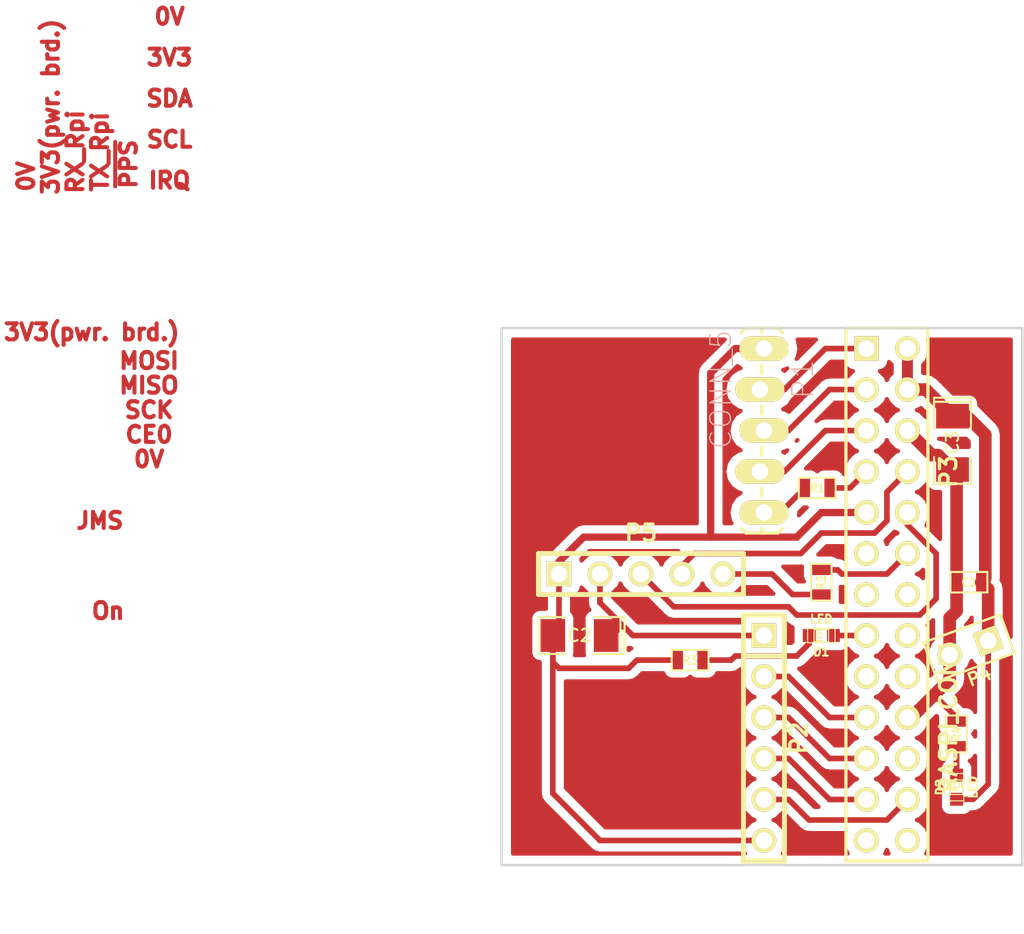
<source format=kicad_pcb>
(kicad_pcb (version 3) (host pcbnew "(2013-mar-13)-testing")

  (general
    (links 33)
    (no_connects 0)
    (area 133.154238 67.251 199.100343 126.460001)
    (thickness 1.6)
    (drawings 26)
    (tracks 112)
    (zones 0)
    (modules 14)
    (nets 30)
  )

  (page A4)
  (layers
    (15 F.Cu signal)
    (0 B.Cu signal)
    (16 B.Adhes user)
    (17 F.Adhes user)
    (18 B.Paste user)
    (19 F.Paste user)
    (20 B.SilkS user)
    (21 F.SilkS user)
    (22 B.Mask user)
    (23 F.Mask user)
    (24 Dwgs.User user)
    (25 Cmts.User user)
    (26 Eco1.User user)
    (27 Eco2.User user)
    (28 Edge.Cuts user)
  )

  (setup
    (last_trace_width 0.35)
    (user_trace_width 0.35)
    (user_trace_width 0.45)
    (user_trace_width 0.68)
    (user_trace_width 0.78)
    (trace_clearance 0.254)
    (zone_clearance 0.508)
    (zone_45_only yes)
    (trace_min 0.254)
    (segment_width 0.2)
    (edge_width 0.15)
    (via_size 0.889)
    (via_drill 0.635)
    (via_min_size 0.889)
    (via_min_drill 0.508)
    (uvia_size 0.508)
    (uvia_drill 0.127)
    (uvias_allowed no)
    (uvia_min_size 0.508)
    (uvia_min_drill 0.127)
    (pcb_text_width 0.3)
    (pcb_text_size 1 1)
    (mod_edge_width 0.15)
    (mod_text_size 1 1)
    (mod_text_width 0.15)
    (pad_size 1 1)
    (pad_drill 0.6)
    (pad_to_mask_clearance 0)
    (aux_axis_origin 166.624 120.904)
    (visible_elements FFFFFF7F)
    (pcbplotparams
      (layerselection 32768)
      (usegerberextensions false)
      (excludeedgelayer true)
      (linewidth 0.150000)
      (plotframeref false)
      (viasonmask false)
      (mode 1)
      (useauxorigin false)
      (hpglpennumber 1)
      (hpglpenspeed 20)
      (hpglpendiameter 15)
      (hpglpenoverlay 2)
      (psnegative false)
      (psa4output false)
      (plotreference true)
      (plotvalue true)
      (plotothertext true)
      (plotinvisibletext false)
      (padsonsilk false)
      (subtractmaskfromsilk false)
      (outputformat 5)
      (mirror false)
      (drillshape 2)
      (scaleselection 1)
      (outputdirectory ""))
  )

  (net 0 "")
  (net 1 /gnd)
  (net 2 N-000001)
  (net 3 N-0000010)
  (net 4 N-0000011)
  (net 5 N-0000012)
  (net 6 N-0000013)
  (net 7 N-0000014)
  (net 8 N-0000015)
  (net 9 N-0000016)
  (net 10 N-0000017)
  (net 11 N-0000018)
  (net 12 N-0000019)
  (net 13 N-000002)
  (net 14 N-0000020)
  (net 15 N-0000022)
  (net 16 N-0000023)
  (net 17 N-0000024)
  (net 18 N-0000025)
  (net 19 N-0000026)
  (net 20 N-0000027)
  (net 21 N-0000028)
  (net 22 N-0000029)
  (net 23 N-000003)
  (net 24 N-000004)
  (net 25 N-000005)
  (net 26 N-000006)
  (net 27 N-000007)
  (net 28 N-000008)
  (net 29 N-000009)

  (net_class Default "This is the default net class."
    (clearance 0.254)
    (trace_width 0.254)
    (via_dia 0.889)
    (via_drill 0.635)
    (uvia_dia 0.508)
    (uvia_drill 0.127)
    (add_net "")
    (add_net /gnd)
    (add_net N-000001)
    (add_net N-0000010)
    (add_net N-0000011)
    (add_net N-0000012)
    (add_net N-0000013)
    (add_net N-0000014)
    (add_net N-0000015)
    (add_net N-0000016)
    (add_net N-0000017)
    (add_net N-0000018)
    (add_net N-0000019)
    (add_net N-000002)
    (add_net N-0000020)
    (add_net N-0000022)
    (add_net N-0000023)
    (add_net N-0000024)
    (add_net N-0000025)
    (add_net N-0000026)
    (add_net N-0000027)
    (add_net N-0000028)
    (add_net N-0000029)
    (add_net N-000003)
    (add_net N-000004)
    (add_net N-000005)
    (add_net N-000006)
    (add_net N-000007)
    (add_net N-000008)
    (add_net N-000009)
  )

  (module SparkFun-1X05_LOCK_LONGPADS (layer F.Cu) (tedit 200000) (tstamp 5293C920)
    (at 182.88 88.9 270)
    (descr "THIS FOOTPRINT WAS DESIGNED TO HELP HOLD THE ALIGNMENT OF A THROUGH-HOLE COMPONENT (I.E.  6-PIN HEADER) WHILE SOLDERING IT INTO PLACE.")
    (tags "THIS FOOTPRINT WAS DESIGNED TO HELP HOLD THE ALIGNMENT OF A THROUGH-HOLE COMPONENT (I.E.  6-PIN HEADER) WHILE SOLDERING IT INTO PLACE.")
    (path /5293C3D9)
    (attr virtual)
    (fp_text reference P1 (at 1.905 -2.413 270) (layer B.SilkS)
      (effects (font (size 1.27 1.27) (thickness 0.0889)))
    )
    (fp_text value CONN_5 (at 2.54 2.667 270) (layer B.SilkS)
      (effects (font (size 1.27 1.27) (thickness 0.0889)))
    )
    (fp_line (start -0.2921 0.4191) (end 0.2921 0.4191) (layer F.SilkS) (width 0.06604))
    (fp_line (start 0.2921 0.4191) (end 0.2921 -0.1651) (layer F.SilkS) (width 0.06604))
    (fp_line (start -0.2921 -0.1651) (end 0.2921 -0.1651) (layer F.SilkS) (width 0.06604))
    (fp_line (start -0.2921 0.4191) (end -0.2921 -0.1651) (layer F.SilkS) (width 0.06604))
    (fp_line (start 2.2479 0.4191) (end 2.8321 0.4191) (layer F.SilkS) (width 0.06604))
    (fp_line (start 2.8321 0.4191) (end 2.8321 -0.1651) (layer F.SilkS) (width 0.06604))
    (fp_line (start 2.2479 -0.1651) (end 2.8321 -0.1651) (layer F.SilkS) (width 0.06604))
    (fp_line (start 2.2479 0.4191) (end 2.2479 -0.1651) (layer F.SilkS) (width 0.06604))
    (fp_line (start 4.7879 0.4191) (end 5.3721 0.4191) (layer F.SilkS) (width 0.06604))
    (fp_line (start 5.3721 0.4191) (end 5.3721 -0.1651) (layer F.SilkS) (width 0.06604))
    (fp_line (start 4.7879 -0.1651) (end 5.3721 -0.1651) (layer F.SilkS) (width 0.06604))
    (fp_line (start 4.7879 0.4191) (end 4.7879 -0.1651) (layer F.SilkS) (width 0.06604))
    (fp_line (start 7.3279 0.4191) (end 7.9121 0.4191) (layer F.SilkS) (width 0.06604))
    (fp_line (start 7.9121 0.4191) (end 7.9121 -0.1651) (layer F.SilkS) (width 0.06604))
    (fp_line (start 7.3279 -0.1651) (end 7.9121 -0.1651) (layer F.SilkS) (width 0.06604))
    (fp_line (start 7.3279 0.4191) (end 7.3279 -0.1651) (layer F.SilkS) (width 0.06604))
    (fp_line (start 9.8679 0.4191) (end 10.4521 0.4191) (layer F.SilkS) (width 0.06604))
    (fp_line (start 10.4521 0.4191) (end 10.4521 -0.1651) (layer F.SilkS) (width 0.06604))
    (fp_line (start 9.8679 -0.1651) (end 10.4521 -0.1651) (layer F.SilkS) (width 0.06604))
    (fp_line (start 9.8679 0.4191) (end 9.8679 -0.1651) (layer F.SilkS) (width 0.06604))
    (fp_line (start 1.524 0.127) (end 1.016 0.127) (layer F.SilkS) (width 0.2032))
    (fp_line (start 4.064 0.127) (end 3.556 0.127) (layer F.SilkS) (width 0.2032))
    (fp_line (start 6.604 0.127) (end 6.096 0.127) (layer F.SilkS) (width 0.2032))
    (fp_line (start 9.144 0.127) (end 8.636 0.127) (layer F.SilkS) (width 0.2032))
    (fp_line (start -1.27 0.127) (end -1.016 0.127) (layer F.SilkS) (width 0.2032))
    (fp_line (start -1.27 0.127) (end -1.27 -0.8636) (layer F.SilkS) (width 0.2032))
    (fp_line (start -1.27 -0.8636) (end -0.9906 -1.143) (layer F.SilkS) (width 0.2032))
    (fp_line (start -1.27 0.127) (end -1.27 1.1176) (layer F.SilkS) (width 0.2032))
    (fp_line (start -1.27 1.1176) (end -0.9906 1.397) (layer F.SilkS) (width 0.2032))
    (fp_line (start 11.43 0.127) (end 11.176 0.127) (layer F.SilkS) (width 0.2032))
    (fp_line (start 11.43 0.127) (end 11.43 1.1176) (layer F.SilkS) (width 0.2032))
    (fp_line (start 11.43 1.1176) (end 11.1506 1.397) (layer F.SilkS) (width 0.2032))
    (fp_line (start 11.43 0.127) (end 11.43 -0.8636) (layer F.SilkS) (width 0.2032))
    (fp_line (start 11.43 -0.8636) (end 11.1506 -1.143) (layer F.SilkS) (width 0.2032))
    (pad 1 thru_hole oval (at 0 0 270) (size 1.524 3.048) (drill 1.016)
      (layers *.Cu F.Paste F.SilkS F.Mask)
      (net 15 N-0000022)
    )
    (pad 2 thru_hole oval (at 2.54 0.254 270) (size 1.524 3.048) (drill 1.016)
      (layers *.Cu F.Paste F.SilkS F.Mask)
      (net 20 N-0000027)
    )
    (pad 3 thru_hole oval (at 5.08 0 270) (size 1.524 3.048) (drill 1.016)
      (layers *.Cu F.Paste F.SilkS F.Mask)
      (net 18 N-0000025)
    )
    (pad 4 thru_hole oval (at 7.62 0.254 270) (size 1.524 3.048) (drill 1.016)
      (layers *.Cu F.Paste F.SilkS F.Mask)
      (net 17 N-0000024)
    )
    (pad 5 thru_hole oval (at 10.16 0 270) (size 1.524 3.048) (drill 1.016)
      (layers *.Cu F.Paste F.SilkS F.Mask)
      (net 13 N-000002)
    )
  )

  (module pin_array_13x2 (layer F.Cu) (tedit 5031D825) (tstamp 5293C94F)
    (at 190.5 104.14 270)
    (descr "2 x 13 pins connector")
    (tags CONN)
    (path /5293BE6B)
    (fp_text reference P3 (at -7.62 -3.81 270) (layer F.SilkS)
      (effects (font (size 1.016 1.016) (thickness 0.2032)))
    )
    (fp_text value RASPI_CONN (at 7.62 -3.81 270) (layer F.SilkS)
      (effects (font (size 1.016 1.016) (thickness 0.2032)))
    )
    (fp_line (start -16.51 2.54) (end 16.51 2.54) (layer F.SilkS) (width 0.2032))
    (fp_line (start 16.51 -2.54) (end -16.51 -2.54) (layer F.SilkS) (width 0.2032))
    (fp_line (start -16.51 -2.54) (end -16.51 2.54) (layer F.SilkS) (width 0.2032))
    (fp_line (start 16.51 2.54) (end 16.51 -2.54) (layer F.SilkS) (width 0.2032))
    (pad 1 thru_hole rect (at -15.24 1.27 270) (size 1.524 1.524) (drill 1.016)
      (layers *.Cu *.Mask F.SilkS)
      (net 20 N-0000027)
    )
    (pad 2 thru_hole circle (at -15.24 -1.27 270) (size 1.524 1.524) (drill 1.016)
      (layers *.Cu *.Mask F.SilkS)
      (net 19 N-0000026)
    )
    (pad 3 thru_hole circle (at -12.7 1.27 270) (size 1.524 1.524) (drill 1.016)
      (layers *.Cu *.Mask F.SilkS)
      (net 18 N-0000025)
    )
    (pad 4 thru_hole circle (at -12.7 -1.27 270) (size 1.524 1.524) (drill 1.016)
      (layers *.Cu *.Mask F.SilkS)
      (net 19 N-0000026)
    )
    (pad 5 thru_hole circle (at -10.16 1.27 270) (size 1.524 1.524) (drill 1.016)
      (layers *.Cu *.Mask F.SilkS)
      (net 17 N-0000024)
    )
    (pad 6 thru_hole circle (at -10.16 -1.27 270) (size 1.524 1.524) (drill 1.016)
      (layers *.Cu *.Mask F.SilkS)
      (net 1 /gnd)
    )
    (pad 7 thru_hole circle (at -7.62 1.27 270) (size 1.524 1.524) (drill 1.016)
      (layers *.Cu *.Mask F.SilkS)
      (net 23 N-000003)
    )
    (pad 8 thru_hole circle (at -7.62 -1.27 270) (size 1.524 1.524) (drill 1.016)
      (layers *.Cu *.Mask F.SilkS)
      (net 16 N-0000023)
    )
    (pad 9 thru_hole circle (at -5.08 1.27 270) (size 1.524 1.524) (drill 1.016)
      (layers *.Cu *.Mask F.SilkS)
      (net 15 N-0000022)
    )
    (pad 10 thru_hole circle (at -5.08 -1.27 270) (size 1.524 1.524) (drill 1.016)
      (layers *.Cu *.Mask F.SilkS)
      (net 22 N-0000029)
    )
    (pad 11 thru_hole circle (at -2.54 1.27 270) (size 1.524 1.524) (drill 1.016)
      (layers *.Cu *.Mask F.SilkS)
      (net 14 N-0000020)
    )
    (pad 12 thru_hole circle (at -2.54 -1.27 270) (size 1.524 1.524) (drill 1.016)
      (layers *.Cu *.Mask F.SilkS)
      (net 24 N-000004)
    )
    (pad 13 thru_hole circle (at 0 1.27 270) (size 1.524 1.524) (drill 1.016)
      (layers *.Cu *.Mask F.SilkS)
      (net 10 N-0000017)
    )
    (pad 14 thru_hole circle (at 0 -1.27 270) (size 1.524 1.524) (drill 1.016)
      (layers *.Cu *.Mask F.SilkS)
      (net 8 N-0000015)
    )
    (pad 15 thru_hole circle (at 2.54 1.27 270) (size 1.524 1.524) (drill 1.016)
      (layers *.Cu *.Mask F.SilkS)
      (net 26 N-000006)
    )
    (pad 16 thru_hole circle (at 2.54 -1.27 270) (size 1.524 1.524) (drill 1.016)
      (layers *.Cu *.Mask F.SilkS)
      (net 6 N-0000013)
    )
    (pad 17 thru_hole circle (at 5.08 1.27 270) (size 1.524 1.524) (drill 1.016)
      (layers *.Cu *.Mask F.SilkS)
      (net 4 N-0000011)
    )
    (pad 18 thru_hole circle (at 5.08 -1.27 270) (size 1.524 1.524) (drill 1.016)
      (layers *.Cu *.Mask F.SilkS)
      (net 3 N-0000010)
    )
    (pad 19 thru_hole circle (at 7.62 1.27 270) (size 1.524 1.524) (drill 1.016)
      (layers *.Cu *.Mask F.SilkS)
      (net 29 N-000009)
    )
    (pad 20 thru_hole circle (at 7.62 -1.27 270) (size 1.524 1.524) (drill 1.016)
      (layers *.Cu *.Mask F.SilkS)
      (net 1 /gnd)
    )
    (pad 21 thru_hole circle (at 10.16 1.27 270) (size 1.524 1.524) (drill 1.016)
      (layers *.Cu *.Mask F.SilkS)
      (net 12 N-0000019)
    )
    (pad 22 thru_hole circle (at 10.16 -1.27 270) (size 1.524 1.524) (drill 1.016)
      (layers *.Cu *.Mask F.SilkS)
      (net 11 N-0000018)
    )
    (pad 23 thru_hole circle (at 12.7 1.27 270) (size 1.524 1.524) (drill 1.016)
      (layers *.Cu *.Mask F.SilkS)
      (net 9 N-0000016)
    )
    (pad 24 thru_hole circle (at 12.7 -1.27 270) (size 1.524 1.524) (drill 1.016)
      (layers *.Cu *.Mask F.SilkS)
      (net 2 N-000001)
    )
    (pad 25 thru_hole circle (at 15.24 1.27 270) (size 1.524 1.524) (drill 1.016)
      (layers *.Cu *.Mask F.SilkS)
      (net 7 N-0000014)
    )
    (pad 26 thru_hole circle (at 15.24 -1.27 270) (size 1.524 1.524) (drill 1.016)
      (layers *.Cu *.Mask F.SilkS)
      (net 5 N-0000012)
    )
    (model pin_array/pins_array_13x2.wrl
      (at (xyz 0 0 0))
      (scale (xyz 1 1 1))
      (rotate (xyz 0 0 0))
    )
  )

  (module PIN_ARRAY_2X1 (layer F.Cu) (tedit 4565C520) (tstamp 5293C959)
    (at 195.58 107.442 200)
    (descr "Connecteurs 2 pins")
    (tags "CONN DEV")
    (path /5293B202)
    (fp_text reference P4 (at 0 -1.905 200) (layer F.SilkS)
      (effects (font (size 0.762 0.762) (thickness 0.1524)))
    )
    (fp_text value CONN_2 (at 0 -1.905 200) (layer F.SilkS) hide
      (effects (font (size 0.762 0.762) (thickness 0.1524)))
    )
    (fp_line (start -2.54 1.27) (end -2.54 -1.27) (layer F.SilkS) (width 0.1524))
    (fp_line (start -2.54 -1.27) (end 2.54 -1.27) (layer F.SilkS) (width 0.1524))
    (fp_line (start 2.54 -1.27) (end 2.54 1.27) (layer F.SilkS) (width 0.1524))
    (fp_line (start 2.54 1.27) (end -2.54 1.27) (layer F.SilkS) (width 0.1524))
    (pad 1 thru_hole rect (at -1.27 0 200) (size 1.524 1.524) (drill 1.016)
      (layers *.Cu *.Mask F.SilkS)
      (net 19 N-0000026)
    )
    (pad 2 thru_hole circle (at 1.27 0 200) (size 1.524 1.524) (drill 1.016)
      (layers *.Cu *.Mask F.SilkS)
      (net 1 /gnd)
    )
    (model pin_array/pins_array_2x1.wrl
      (at (xyz 0 0 0))
      (scale (xyz 1 1 1))
      (rotate (xyz 0 0 0))
    )
  )

  (module PIN_ARRAY_5x1 (layer F.Cu) (tedit 45976D86) (tstamp 5293C966)
    (at 175.26 102.87)
    (descr "Double rangee de contacts 2 x 5 pins")
    (tags CONN)
    (path /5293C5B2)
    (fp_text reference P5 (at 0 -2.54) (layer F.SilkS)
      (effects (font (size 1.016 1.016) (thickness 0.2032)))
    )
    (fp_text value CONN_5 (at 0 2.54) (layer F.SilkS) hide
      (effects (font (size 1.016 1.016) (thickness 0.2032)))
    )
    (fp_line (start -6.35 -1.27) (end -6.35 1.27) (layer F.SilkS) (width 0.3048))
    (fp_line (start 6.35 1.27) (end 6.35 -1.27) (layer F.SilkS) (width 0.3048))
    (fp_line (start -6.35 -1.27) (end 6.35 -1.27) (layer F.SilkS) (width 0.3048))
    (fp_line (start 6.35 1.27) (end -6.35 1.27) (layer F.SilkS) (width 0.3048))
    (pad 1 thru_hole rect (at -5.08 0) (size 1.524 1.524) (drill 1.016)
      (layers *.Cu *.Mask F.SilkS)
      (net 15 N-0000022)
    )
    (pad 2 thru_hole circle (at -2.54 0) (size 1.524 1.524) (drill 1.016)
      (layers *.Cu *.Mask F.SilkS)
      (net 28 N-000008)
    )
    (pad 3 thru_hole circle (at 0 0) (size 1.524 1.524) (drill 1.016)
      (layers *.Cu *.Mask F.SilkS)
      (net 22 N-0000029)
    )
    (pad 4 thru_hole circle (at 2.54 0) (size 1.524 1.524) (drill 1.016)
      (layers *.Cu *.Mask F.SilkS)
      (net 16 N-0000023)
    )
    (pad 5 thru_hole circle (at 5.08 0) (size 1.524 1.524) (drill 1.016)
      (layers *.Cu *.Mask F.SilkS)
      (net 21 N-0000028)
    )
    (model pin_array/pins_array_5x1.wrl
      (at (xyz 0 0 0))
      (scale (xyz 1 1 1))
      (rotate (xyz 0 0 0))
    )
  )

  (module SM0603 (layer F.Cu) (tedit 4E43A3D1) (tstamp 52BC5FA1)
    (at 186.182 97.536)
    (path /52BC5E4A)
    (attr smd)
    (fp_text reference R1 (at 0 0) (layer F.SilkS)
      (effects (font (size 0.508 0.4572) (thickness 0.1143)))
    )
    (fp_text value R (at 0 0) (layer F.SilkS) hide
      (effects (font (size 0.508 0.4572) (thickness 0.1143)))
    )
    (fp_line (start -1.143 -0.635) (end 1.143 -0.635) (layer F.SilkS) (width 0.127))
    (fp_line (start 1.143 -0.635) (end 1.143 0.635) (layer F.SilkS) (width 0.127))
    (fp_line (start 1.143 0.635) (end -1.143 0.635) (layer F.SilkS) (width 0.127))
    (fp_line (start -1.143 0.635) (end -1.143 -0.635) (layer F.SilkS) (width 0.127))
    (pad 1 smd rect (at -0.762 0) (size 0.635 1.143)
      (layers F.Cu F.Paste F.Mask)
      (net 13 N-000002)
    )
    (pad 2 smd rect (at 0.762 0) (size 0.635 1.143)
      (layers F.Cu F.Paste F.Mask)
      (net 23 N-000003)
    )
    (model smd\resistors\R0603.wrl
      (at (xyz 0 0 0.001))
      (scale (xyz 0.5 0.5 0.5))
      (rotate (xyz 0 0 0))
    )
  )

  (module SM0603 (layer F.Cu) (tedit 4E43A3D1) (tstamp 52BC5FAB)
    (at 186.436 103.378 270)
    (path /52BC5DB6)
    (attr smd)
    (fp_text reference R2 (at 0 0 270) (layer F.SilkS)
      (effects (font (size 0.508 0.4572) (thickness 0.1143)))
    )
    (fp_text value R (at 0 0 270) (layer F.SilkS) hide
      (effects (font (size 0.508 0.4572) (thickness 0.1143)))
    )
    (fp_line (start -1.143 -0.635) (end 1.143 -0.635) (layer F.SilkS) (width 0.127))
    (fp_line (start 1.143 -0.635) (end 1.143 0.635) (layer F.SilkS) (width 0.127))
    (fp_line (start 1.143 0.635) (end -1.143 0.635) (layer F.SilkS) (width 0.127))
    (fp_line (start -1.143 0.635) (end -1.143 -0.635) (layer F.SilkS) (width 0.127))
    (pad 1 smd rect (at -0.762 0 270) (size 0.635 1.143)
      (layers F.Cu F.Paste F.Mask)
      (net 24 N-000004)
    )
    (pad 2 smd rect (at 0.762 0 270) (size 0.635 1.143)
      (layers F.Cu F.Paste F.Mask)
      (net 21 N-0000028)
    )
    (model smd\resistors\R0603.wrl
      (at (xyz 0 0 0.001))
      (scale (xyz 0.5 0.5 0.5))
      (rotate (xyz 0 0 0))
    )
  )

  (module PIN_ARRAY-6X1 (layer F.Cu) (tedit 41402119) (tstamp 52BC699E)
    (at 182.88 113.03 270)
    (descr "Connecteur 6 pins")
    (tags "CONN DEV")
    (path /52BC68DE)
    (fp_text reference P2 (at 0 -2.159 270) (layer F.SilkS)
      (effects (font (size 1.016 1.016) (thickness 0.2032)))
    )
    (fp_text value CONN_6 (at 0 2.159 270) (layer F.SilkS) hide
      (effects (font (size 1.016 0.889) (thickness 0.2032)))
    )
    (fp_line (start -7.62 1.27) (end -7.62 -1.27) (layer F.SilkS) (width 0.3048))
    (fp_line (start -7.62 -1.27) (end 7.62 -1.27) (layer F.SilkS) (width 0.3048))
    (fp_line (start 7.62 -1.27) (end 7.62 1.27) (layer F.SilkS) (width 0.3048))
    (fp_line (start 7.62 1.27) (end -7.62 1.27) (layer F.SilkS) (width 0.3048))
    (fp_line (start -5.08 1.27) (end -5.08 -1.27) (layer F.SilkS) (width 0.3048))
    (pad 1 thru_hole rect (at -6.35 0 270) (size 1.524 1.524) (drill 1.016)
      (layers *.Cu *.Mask F.SilkS)
      (net 28 N-000008)
    )
    (pad 2 thru_hole circle (at -3.81 0 270) (size 1.524 1.524) (drill 1.016)
      (layers *.Cu *.Mask F.SilkS)
      (net 29 N-000009)
    )
    (pad 3 thru_hole circle (at -1.27 0 270) (size 1.524 1.524) (drill 1.016)
      (layers *.Cu *.Mask F.SilkS)
      (net 12 N-0000019)
    )
    (pad 4 thru_hole circle (at 1.27 0 270) (size 1.524 1.524) (drill 1.016)
      (layers *.Cu *.Mask F.SilkS)
      (net 9 N-0000016)
    )
    (pad 5 thru_hole circle (at 3.81 0 270) (size 1.524 1.524) (drill 1.016)
      (layers *.Cu *.Mask F.SilkS)
      (net 2 N-000001)
    )
    (pad 6 thru_hole circle (at 6.35 0 270) (size 1.524 1.524) (drill 1.016)
      (layers *.Cu *.Mask F.SilkS)
      (net 15 N-0000022)
    )
    (model pin_array/pins_array_6x1.wrl
      (at (xyz 0 0 0))
      (scale (xyz 1 1 1))
      (rotate (xyz 0 0 0))
    )
  )

  (module SM0603 (layer F.Cu) (tedit 4E43A3D1) (tstamp 52BC6B81)
    (at 195.58 103.378 180)
    (path /52BC6AF9)
    (attr smd)
    (fp_text reference C1 (at 0 0 180) (layer F.SilkS)
      (effects (font (size 0.508 0.4572) (thickness 0.1143)))
    )
    (fp_text value C (at 0 0 180) (layer F.SilkS) hide
      (effects (font (size 0.508 0.4572) (thickness 0.1143)))
    )
    (fp_line (start -1.143 -0.635) (end 1.143 -0.635) (layer F.SilkS) (width 0.127))
    (fp_line (start 1.143 -0.635) (end 1.143 0.635) (layer F.SilkS) (width 0.127))
    (fp_line (start 1.143 0.635) (end -1.143 0.635) (layer F.SilkS) (width 0.127))
    (fp_line (start -1.143 0.635) (end -1.143 -0.635) (layer F.SilkS) (width 0.127))
    (pad 1 smd rect (at -0.762 0 180) (size 0.635 1.143)
      (layers F.Cu F.Paste F.Mask)
      (net 19 N-0000026)
    )
    (pad 2 smd rect (at 0.762 0 180) (size 0.635 1.143)
      (layers F.Cu F.Paste F.Mask)
      (net 1 /gnd)
    )
    (model smd\resistors\R0603.wrl
      (at (xyz 0 0 0.001))
      (scale (xyz 0.5 0.5 0.5))
      (rotate (xyz 0 0 0))
    )
  )

  (module SM1206POL (layer F.Cu) (tedit 42806E4C) (tstamp 52BC6B90)
    (at 171.45 106.68 180)
    (path /52BC6AEC)
    (attr smd)
    (fp_text reference C2 (at 0 0 180) (layer F.SilkS)
      (effects (font (size 0.762 0.762) (thickness 0.127)))
    )
    (fp_text value C (at 0 0 180) (layer F.SilkS) hide
      (effects (font (size 0.762 0.762) (thickness 0.127)))
    )
    (fp_line (start -2.54 -1.143) (end -2.794 -1.143) (layer F.SilkS) (width 0.127))
    (fp_line (start -2.794 -1.143) (end -2.794 1.143) (layer F.SilkS) (width 0.127))
    (fp_line (start -2.794 1.143) (end -2.54 1.143) (layer F.SilkS) (width 0.127))
    (fp_line (start -2.54 -1.143) (end -2.54 1.143) (layer F.SilkS) (width 0.127))
    (fp_line (start -2.54 1.143) (end -0.889 1.143) (layer F.SilkS) (width 0.127))
    (fp_line (start 0.889 -1.143) (end 2.54 -1.143) (layer F.SilkS) (width 0.127))
    (fp_line (start 2.54 -1.143) (end 2.54 1.143) (layer F.SilkS) (width 0.127))
    (fp_line (start 2.54 1.143) (end 0.889 1.143) (layer F.SilkS) (width 0.127))
    (fp_line (start -0.889 -1.143) (end -2.54 -1.143) (layer F.SilkS) (width 0.127))
    (pad 1 smd rect (at -1.651 0 180) (size 1.524 2.032)
      (layers F.Cu F.Paste F.Mask)
      (net 28 N-000008)
    )
    (pad 2 smd rect (at 1.651 0 180) (size 1.524 2.032)
      (layers F.Cu F.Paste F.Mask)
      (net 15 N-0000022)
    )
    (model smd/chip_cms_pol.wrl
      (at (xyz 0 0 0))
      (scale (xyz 0.17 0.16 0.16))
      (rotate (xyz 0 0 0))
    )
  )

  (module SM1206POL (layer F.Cu) (tedit 42806E4C) (tstamp 52BC6B9F)
    (at 194.564 94.742 270)
    (path /52BC6AFF)
    (attr smd)
    (fp_text reference C3 (at 0 0 270) (layer F.SilkS)
      (effects (font (size 0.762 0.762) (thickness 0.127)))
    )
    (fp_text value C (at 0 0 270) (layer F.SilkS) hide
      (effects (font (size 0.762 0.762) (thickness 0.127)))
    )
    (fp_line (start -2.54 -1.143) (end -2.794 -1.143) (layer F.SilkS) (width 0.127))
    (fp_line (start -2.794 -1.143) (end -2.794 1.143) (layer F.SilkS) (width 0.127))
    (fp_line (start -2.794 1.143) (end -2.54 1.143) (layer F.SilkS) (width 0.127))
    (fp_line (start -2.54 -1.143) (end -2.54 1.143) (layer F.SilkS) (width 0.127))
    (fp_line (start -2.54 1.143) (end -0.889 1.143) (layer F.SilkS) (width 0.127))
    (fp_line (start 0.889 -1.143) (end 2.54 -1.143) (layer F.SilkS) (width 0.127))
    (fp_line (start 2.54 -1.143) (end 2.54 1.143) (layer F.SilkS) (width 0.127))
    (fp_line (start 2.54 1.143) (end 0.889 1.143) (layer F.SilkS) (width 0.127))
    (fp_line (start -0.889 -1.143) (end -2.54 -1.143) (layer F.SilkS) (width 0.127))
    (pad 1 smd rect (at -1.651 0 270) (size 1.524 2.032)
      (layers F.Cu F.Paste F.Mask)
      (net 19 N-0000026)
    )
    (pad 2 smd rect (at 1.651 0 270) (size 1.524 2.032)
      (layers F.Cu F.Paste F.Mask)
      (net 1 /gnd)
    )
    (model smd/chip_cms_pol.wrl
      (at (xyz 0 0 0))
      (scale (xyz 0.17 0.16 0.16))
      (rotate (xyz 0 0 0))
    )
  )

  (module LED-0603 (layer F.Cu) (tedit 4E16AFB4) (tstamp 52BC71CE)
    (at 186.436 106.68 180)
    (descr "LED 0603 smd package")
    (tags "LED led 0603 SMD smd SMT smt smdled SMDLED smtled SMTLED")
    (path /52BC6FC3)
    (attr smd)
    (fp_text reference D1 (at 0 -1.016 180) (layer F.SilkS)
      (effects (font (size 0.508 0.508) (thickness 0.127)))
    )
    (fp_text value LED (at 0 1.016 180) (layer F.SilkS)
      (effects (font (size 0.508 0.508) (thickness 0.127)))
    )
    (fp_line (start 0.44958 -0.44958) (end 0.44958 0.44958) (layer F.SilkS) (width 0.06604))
    (fp_line (start 0.44958 0.44958) (end 0.84836 0.44958) (layer F.SilkS) (width 0.06604))
    (fp_line (start 0.84836 -0.44958) (end 0.84836 0.44958) (layer F.SilkS) (width 0.06604))
    (fp_line (start 0.44958 -0.44958) (end 0.84836 -0.44958) (layer F.SilkS) (width 0.06604))
    (fp_line (start -0.84836 -0.44958) (end -0.84836 0.44958) (layer F.SilkS) (width 0.06604))
    (fp_line (start -0.84836 0.44958) (end -0.44958 0.44958) (layer F.SilkS) (width 0.06604))
    (fp_line (start -0.44958 -0.44958) (end -0.44958 0.44958) (layer F.SilkS) (width 0.06604))
    (fp_line (start -0.84836 -0.44958) (end -0.44958 -0.44958) (layer F.SilkS) (width 0.06604))
    (fp_line (start 0 -0.44958) (end 0 -0.29972) (layer F.SilkS) (width 0.06604))
    (fp_line (start 0 -0.29972) (end 0.29972 -0.29972) (layer F.SilkS) (width 0.06604))
    (fp_line (start 0.29972 -0.44958) (end 0.29972 -0.29972) (layer F.SilkS) (width 0.06604))
    (fp_line (start 0 -0.44958) (end 0.29972 -0.44958) (layer F.SilkS) (width 0.06604))
    (fp_line (start 0 0.29972) (end 0 0.44958) (layer F.SilkS) (width 0.06604))
    (fp_line (start 0 0.44958) (end 0.29972 0.44958) (layer F.SilkS) (width 0.06604))
    (fp_line (start 0.29972 0.29972) (end 0.29972 0.44958) (layer F.SilkS) (width 0.06604))
    (fp_line (start 0 0.29972) (end 0.29972 0.29972) (layer F.SilkS) (width 0.06604))
    (fp_line (start 0 -0.14986) (end 0 0.14986) (layer F.SilkS) (width 0.06604))
    (fp_line (start 0 0.14986) (end 0.29972 0.14986) (layer F.SilkS) (width 0.06604))
    (fp_line (start 0.29972 -0.14986) (end 0.29972 0.14986) (layer F.SilkS) (width 0.06604))
    (fp_line (start 0 -0.14986) (end 0.29972 -0.14986) (layer F.SilkS) (width 0.06604))
    (fp_line (start 0.44958 -0.39878) (end -0.44958 -0.39878) (layer F.SilkS) (width 0.1016))
    (fp_line (start 0.44958 0.39878) (end -0.44958 0.39878) (layer F.SilkS) (width 0.1016))
    (pad 1 smd rect (at -0.7493 0 180) (size 0.79756 0.79756)
      (layers F.Cu F.Paste F.Mask)
      (net 26 N-000006)
    )
    (pad 2 smd rect (at 0.7493 0 180) (size 0.79756 0.79756)
      (layers F.Cu F.Paste F.Mask)
      (net 25 N-000005)
    )
  )

  (module LED-0603 (layer F.Cu) (tedit 4E16AFB4) (tstamp 52BC71EA)
    (at 194.818 116.078 90)
    (descr "LED 0603 smd package")
    (tags "LED led 0603 SMD smd SMT smt smdled SMDLED smtled SMTLED")
    (path /52BC6F76)
    (attr smd)
    (fp_text reference D2 (at 0 -1.016 90) (layer F.SilkS)
      (effects (font (size 0.508 0.508) (thickness 0.127)))
    )
    (fp_text value LED (at 0 1.016 90) (layer F.SilkS)
      (effects (font (size 0.508 0.508) (thickness 0.127)))
    )
    (fp_line (start 0.44958 -0.44958) (end 0.44958 0.44958) (layer F.SilkS) (width 0.06604))
    (fp_line (start 0.44958 0.44958) (end 0.84836 0.44958) (layer F.SilkS) (width 0.06604))
    (fp_line (start 0.84836 -0.44958) (end 0.84836 0.44958) (layer F.SilkS) (width 0.06604))
    (fp_line (start 0.44958 -0.44958) (end 0.84836 -0.44958) (layer F.SilkS) (width 0.06604))
    (fp_line (start -0.84836 -0.44958) (end -0.84836 0.44958) (layer F.SilkS) (width 0.06604))
    (fp_line (start -0.84836 0.44958) (end -0.44958 0.44958) (layer F.SilkS) (width 0.06604))
    (fp_line (start -0.44958 -0.44958) (end -0.44958 0.44958) (layer F.SilkS) (width 0.06604))
    (fp_line (start -0.84836 -0.44958) (end -0.44958 -0.44958) (layer F.SilkS) (width 0.06604))
    (fp_line (start 0 -0.44958) (end 0 -0.29972) (layer F.SilkS) (width 0.06604))
    (fp_line (start 0 -0.29972) (end 0.29972 -0.29972) (layer F.SilkS) (width 0.06604))
    (fp_line (start 0.29972 -0.44958) (end 0.29972 -0.29972) (layer F.SilkS) (width 0.06604))
    (fp_line (start 0 -0.44958) (end 0.29972 -0.44958) (layer F.SilkS) (width 0.06604))
    (fp_line (start 0 0.29972) (end 0 0.44958) (layer F.SilkS) (width 0.06604))
    (fp_line (start 0 0.44958) (end 0.29972 0.44958) (layer F.SilkS) (width 0.06604))
    (fp_line (start 0.29972 0.29972) (end 0.29972 0.44958) (layer F.SilkS) (width 0.06604))
    (fp_line (start 0 0.29972) (end 0.29972 0.29972) (layer F.SilkS) (width 0.06604))
    (fp_line (start 0 -0.14986) (end 0 0.14986) (layer F.SilkS) (width 0.06604))
    (fp_line (start 0 0.14986) (end 0.29972 0.14986) (layer F.SilkS) (width 0.06604))
    (fp_line (start 0.29972 -0.14986) (end 0.29972 0.14986) (layer F.SilkS) (width 0.06604))
    (fp_line (start 0 -0.14986) (end 0.29972 -0.14986) (layer F.SilkS) (width 0.06604))
    (fp_line (start 0.44958 -0.39878) (end -0.44958 -0.39878) (layer F.SilkS) (width 0.1016))
    (fp_line (start 0.44958 0.39878) (end -0.44958 0.39878) (layer F.SilkS) (width 0.1016))
    (pad 1 smd rect (at -0.7493 0 90) (size 0.79756 0.79756)
      (layers F.Cu F.Paste F.Mask)
      (net 19 N-0000026)
    )
    (pad 2 smd rect (at 0.7493 0 90) (size 0.79756 0.79756)
      (layers F.Cu F.Paste F.Mask)
      (net 27 N-000007)
    )
  )

  (module SM0603 (layer F.Cu) (tedit 4E43A3D1) (tstamp 52BC71F4)
    (at 178.308 108.204)
    (path /52BC6FC9)
    (attr smd)
    (fp_text reference R3 (at 0 0) (layer F.SilkS)
      (effects (font (size 0.508 0.4572) (thickness 0.1143)))
    )
    (fp_text value R (at 0 0) (layer F.SilkS) hide
      (effects (font (size 0.508 0.4572) (thickness 0.1143)))
    )
    (fp_line (start -1.143 -0.635) (end 1.143 -0.635) (layer F.SilkS) (width 0.127))
    (fp_line (start 1.143 -0.635) (end 1.143 0.635) (layer F.SilkS) (width 0.127))
    (fp_line (start 1.143 0.635) (end -1.143 0.635) (layer F.SilkS) (width 0.127))
    (fp_line (start -1.143 0.635) (end -1.143 -0.635) (layer F.SilkS) (width 0.127))
    (pad 1 smd rect (at -0.762 0) (size 0.635 1.143)
      (layers F.Cu F.Paste F.Mask)
      (net 15 N-0000022)
    )
    (pad 2 smd rect (at 0.762 0) (size 0.635 1.143)
      (layers F.Cu F.Paste F.Mask)
      (net 25 N-000005)
    )
    (model smd\resistors\R0603.wrl
      (at (xyz 0 0 0.001))
      (scale (xyz 0.5 0.5 0.5))
      (rotate (xyz 0 0 0))
    )
  )

  (module SM0603 (layer F.Cu) (tedit 4E43A3D1) (tstamp 52BC71FE)
    (at 194.818 112.776 90)
    (path /52BC6F87)
    (attr smd)
    (fp_text reference R4 (at 0 0 90) (layer F.SilkS)
      (effects (font (size 0.508 0.4572) (thickness 0.1143)))
    )
    (fp_text value R (at 0 0 90) (layer F.SilkS) hide
      (effects (font (size 0.508 0.4572) (thickness 0.1143)))
    )
    (fp_line (start -1.143 -0.635) (end 1.143 -0.635) (layer F.SilkS) (width 0.127))
    (fp_line (start 1.143 -0.635) (end 1.143 0.635) (layer F.SilkS) (width 0.127))
    (fp_line (start 1.143 0.635) (end -1.143 0.635) (layer F.SilkS) (width 0.127))
    (fp_line (start -1.143 0.635) (end -1.143 -0.635) (layer F.SilkS) (width 0.127))
    (pad 1 smd rect (at -0.762 0 90) (size 0.635 1.143)
      (layers F.Cu F.Paste F.Mask)
      (net 27 N-000007)
    )
    (pad 2 smd rect (at 0.762 0 90) (size 0.635 1.143)
      (layers F.Cu F.Paste F.Mask)
      (net 1 /gnd)
    )
    (model smd\resistors\R0603.wrl
      (at (xyz 0 0 0.001))
      (scale (xyz 0.5 0.5 0.5))
      (rotate (xyz 0 0 0))
    )
  )

  (gr_text JMS (at 141.732 99.568) (layer F.Cu)
    (effects (font (size 1 1) (thickness 0.25)))
  )
  (gr_text On (at 142.24 105.156) (layer F.Cu)
    (effects (font (size 1 1) (thickness 0.25)))
  )
  (gr_text "3V3(pwr. brd.)" (at 138.684 73.914 90) (layer F.Cu)
    (effects (font (size 1 1) (thickness 0.25)))
  )
  (gr_text "3V3(pwr. brd.)" (at 141.224 87.884) (layer F.Cu)
    (effects (font (size 1 1) (thickness 0.25)))
  )
  (gr_text MOSI (at 144.78 89.662) (layer F.Cu)
    (effects (font (size 1 1) (thickness 0.25)))
  )
  (gr_text MISO (at 144.78 91.186) (layer F.Cu)
    (effects (font (size 1 1) (thickness 0.25)))
  )
  (gr_text SCK (at 144.78 92.71) (layer F.Cu)
    (effects (font (size 1 1) (thickness 0.25)))
  )
  (gr_text "CE0\n" (at 144.78 94.234) (layer F.Cu)
    (effects (font (size 1 1) (thickness 0.25)))
  )
  (gr_text 0V (at 144.78 95.758) (layer F.Cu)
    (effects (font (size 1 1) (thickness 0.25)))
  )
  (gr_text ~PPS (at 143.51 77.47 90) (layer F.Cu) (tstamp 52BC72EF)
    (effects (font (size 1 1) (thickness 0.25)))
  )
  (gr_text TX_Rpi (at 141.732 76.708 90) (layer F.Cu)
    (effects (font (size 1 1) (thickness 0.25)))
  )
  (gr_text RX_Rpi (at 140.208 76.708 90) (layer F.Cu)
    (effects (font (size 1 1) (thickness 0.25)))
  )
  (gr_text 0V (at 137.16 78.232 90) (layer F.Cu)
    (effects (font (size 1 1) (thickness 0.25)))
  )
  (gr_text IRQ (at 146.05 78.486) (layer F.Cu)
    (effects (font (size 1 1) (thickness 0.25)))
  )
  (gr_text SCL (at 146.05 75.946) (layer F.Cu)
    (effects (font (size 1 1) (thickness 0.25)))
  )
  (gr_text SDA (at 146.05 73.406) (layer F.Cu)
    (effects (font (size 1 1) (thickness 0.25)))
  )
  (gr_text 0V (at 146.05 68.326) (layer F.Cu)
    (effects (font (size 1 1) (thickness 0.25)))
  )
  (gr_text 3V3 (at 146.05 70.866) (layer F.Cu)
    (effects (font (size 1 1) (thickness 0.25)))
  )
  (dimension 33.274 (width 0.25) (layer Dwgs.User)
    (gr_text "33,274 mm" (at 158.004 104.267 90) (layer Dwgs.User)
      (effects (font (size 1 1) (thickness 0.25)))
    )
    (feature1 (pts (xy 166.624 87.63) (xy 157.004 87.63)))
    (feature2 (pts (xy 166.624 120.904) (xy 157.004 120.904)))
    (crossbar (pts (xy 159.004 120.904) (xy 159.004 87.63)))
    (arrow1a (pts (xy 159.004 87.63) (xy 159.590421 88.756504)))
    (arrow1b (pts (xy 159.004 87.63) (xy 158.417579 88.756504)))
    (arrow2a (pts (xy 159.004 120.904) (xy 159.590421 119.777496)))
    (arrow2b (pts (xy 159.004 120.904) (xy 158.417579 119.777496)))
  )
  (dimension 32.258 (width 0.25) (layer Dwgs.User)
    (gr_text "32,258 mm" (at 182.753 125.46) (layer Dwgs.User)
      (effects (font (size 1 1) (thickness 0.25)))
    )
    (feature1 (pts (xy 166.624 120.904) (xy 166.624 126.46)))
    (feature2 (pts (xy 198.882 120.904) (xy 198.882 126.46)))
    (crossbar (pts (xy 198.882 124.46) (xy 166.624 124.46)))
    (arrow1a (pts (xy 166.624 124.46) (xy 167.750504 123.873579)))
    (arrow1b (pts (xy 166.624 124.46) (xy 167.750504 125.046421)))
    (arrow2a (pts (xy 198.882 124.46) (xy 197.755496 123.873579)))
    (arrow2b (pts (xy 198.882 124.46) (xy 197.755496 125.046421)))
  )
  (gr_line (start 198.882 87.63) (end 192.786 87.63) (angle 90) (layer Edge.Cuts) (width 0.15))
  (gr_line (start 198.882 120.904) (end 198.882 87.63) (angle 90) (layer Edge.Cuts) (width 0.15))
  (gr_line (start 197.358 120.904) (end 198.882 120.904) (angle 90) (layer Edge.Cuts) (width 0.15))
  (gr_line (start 166.624 120.904) (end 197.358 120.904) (angle 90) (layer Edge.Cuts) (width 0.15))
  (gr_line (start 166.624 87.63) (end 166.624 120.904) (angle 90) (layer Edge.Cuts) (width 0.15))
  (gr_line (start 192.786 87.63) (end 166.624 87.63) (angle 90) (layer Edge.Cuts) (width 0.15))

  (segment (start 194.818 112.014) (end 194.818 111.76) (width 0.35) (layer F.Cu) (net 1))
  (segment (start 194.818 111.76) (end 193.421 110.363) (width 0.35) (layer F.Cu) (net 1) (tstamp 52BC728A))
  (segment (start 191.77 111.76) (end 192.024 111.76) (width 0.78) (layer F.Cu) (net 1))
  (segment (start 194.38659 109.39741) (end 194.38659 107.876366) (width 0.78) (layer F.Cu) (net 1) (tstamp 52BC6D38))
  (segment (start 192.024 111.76) (end 193.421 110.363) (width 0.78) (layer F.Cu) (net 1) (tstamp 52BC6D37))
  (segment (start 193.421 110.363) (end 194.38659 109.39741) (width 0.78) (layer F.Cu) (net 1) (tstamp 52BC728D))
  (segment (start 194.564 96.393) (end 194.564 96.774) (width 0.78) (layer F.Cu) (net 1))
  (segment (start 194.818 97.028) (end 194.818 103.378) (width 0.78) (layer F.Cu) (net 1) (tstamp 52BC6C8D))
  (segment (start 194.564 96.774) (end 194.818 97.028) (width 0.78) (layer F.Cu) (net 1) (tstamp 52BC6C8C))
  (segment (start 191.77 93.98) (end 193.294 95.504) (width 0.78) (layer F.Cu) (net 1))
  (segment (start 193.675 95.504) (end 194.564 96.393) (width 0.78) (layer F.Cu) (net 1) (tstamp 52BC6C89))
  (segment (start 193.294 95.504) (end 193.675 95.504) (width 0.78) (layer F.Cu) (net 1) (tstamp 52BC6C88))
  (segment (start 194.38659 107.876366) (end 194.38659 105.58741) (width 0.78) (layer F.Cu) (net 1))
  (segment (start 194.38659 105.58741) (end 194.818 105.156) (width 0.78) (layer F.Cu) (net 1) (tstamp 52BC6C68))
  (segment (start 194.818 105.156) (end 194.818 103.378) (width 0.78) (layer F.Cu) (net 1) (tstamp 52BC6C69))
  (segment (start 185.42 117.856) (end 185.674 118.11) (width 0.35) (layer F.Cu) (net 2))
  (segment (start 184.404 116.84) (end 185.42 117.856) (width 0.35) (layer F.Cu) (net 2) (tstamp 5293CAAA))
  (segment (start 182.88 116.84) (end 184.404 116.84) (width 0.35) (layer F.Cu) (net 2))
  (segment (start 190.5 118.11) (end 191.77 116.84) (width 0.35) (layer F.Cu) (net 2) (tstamp 5293CAAF))
  (segment (start 185.674 118.11) (end 190.5 118.11) (width 0.35) (layer F.Cu) (net 2) (tstamp 5293CAAE))
  (segment (start 182.88 114.3) (end 184.404 114.3) (width 0.35) (layer F.Cu) (net 9))
  (segment (start 186.944 116.84) (end 189.23 116.84) (width 0.35) (layer F.Cu) (net 9) (tstamp 5293CAA1))
  (segment (start 184.404 114.3) (end 186.944 116.84) (width 0.35) (layer F.Cu) (net 9) (tstamp 5293CA9F))
  (segment (start 189.23 114.3) (end 186.944 114.3) (width 0.35) (layer F.Cu) (net 12))
  (segment (start 184.404 111.76) (end 182.88 111.76) (width 0.35) (layer F.Cu) (net 12) (tstamp 5293CAA6))
  (segment (start 186.944 114.3) (end 184.404 111.76) (width 0.35) (layer F.Cu) (net 12) (tstamp 5293CAA5))
  (segment (start 182.88 99.06) (end 183.896 99.06) (width 0.35) (layer F.Cu) (net 13))
  (segment (start 183.896 99.06) (end 185.42 97.536) (width 0.35) (layer F.Cu) (net 13) (tstamp 52BC5FCC))
  (segment (start 180.848 119.38) (end 172.72 119.38) (width 0.35) (layer F.Cu) (net 15))
  (segment (start 169.799 116.459) (end 169.799 106.68) (width 0.35) (layer F.Cu) (net 15) (tstamp 52BC72F4))
  (segment (start 172.72 119.38) (end 169.799 116.459) (width 0.35) (layer F.Cu) (net 15) (tstamp 52BC72F2))
  (segment (start 177.546 108.204) (end 175.006 108.204) (width 0.35) (layer F.Cu) (net 15))
  (segment (start 174.498 108.712) (end 170.18 108.712) (width 0.35) (layer F.Cu) (net 15) (tstamp 52BC72B9))
  (segment (start 175.006 108.204) (end 174.498 108.712) (width 0.35) (layer F.Cu) (net 15) (tstamp 52BC72B8))
  (segment (start 169.799 106.68) (end 169.799 108.331) (width 0.35) (layer F.Cu) (net 15))
  (segment (start 169.799 108.331) (end 170.18 108.712) (width 0.35) (layer F.Cu) (net 15) (tstamp 52BC6EEC))
  (segment (start 180.848 119.38) (end 182.88 119.38) (width 0.35) (layer F.Cu) (net 15) (tstamp 52BC6EEE))
  (segment (start 170.18 102.87) (end 170.18 106.299) (width 0.35) (layer F.Cu) (net 15))
  (segment (start 170.18 106.299) (end 169.799 106.68) (width 0.35) (layer F.Cu) (net 15) (tstamp 52BC6D3C))
  (segment (start 182.88 88.9) (end 181.102 88.9) (width 0.45) (layer F.Cu) (net 15))
  (segment (start 179.578 90.424) (end 179.578 100.584) (width 0.45) (layer F.Cu) (net 15) (tstamp 52BC6A9E))
  (segment (start 181.102 88.9) (end 179.578 90.424) (width 0.45) (layer F.Cu) (net 15) (tstamp 52BC6A9D))
  (segment (start 189.23 99.06) (end 186.436 99.06) (width 0.45) (layer F.Cu) (net 15))
  (segment (start 170.18 102.108) (end 170.18 102.87) (width 0.45) (layer F.Cu) (net 15) (tstamp 52BC6A95))
  (segment (start 171.704 100.584) (end 170.18 102.108) (width 0.45) (layer F.Cu) (net 15) (tstamp 52BC6A94))
  (segment (start 184.912 100.584) (end 179.578 100.584) (width 0.45) (layer F.Cu) (net 15) (tstamp 52BC6A93))
  (segment (start 179.578 100.584) (end 171.704 100.584) (width 0.45) (layer F.Cu) (net 15) (tstamp 52BC6AA1))
  (segment (start 186.436 99.06) (end 184.912 100.584) (width 0.45) (layer F.Cu) (net 15) (tstamp 52BC6A92))
  (segment (start 186.436 100.33) (end 185.166 101.6) (width 0.35) (layer F.Cu) (net 16))
  (segment (start 177.8 102.362) (end 177.8 102.87) (width 0.35) (layer F.Cu) (net 16) (tstamp 52BC6A09))
  (segment (start 178.562 101.6) (end 177.8 102.362) (width 0.35) (layer F.Cu) (net 16) (tstamp 52BC6A08))
  (segment (start 179.578 101.6) (end 178.562 101.6) (width 0.35) (layer F.Cu) (net 16) (tstamp 52BC6A07))
  (segment (start 185.166 101.6) (end 179.578 101.6) (width 0.35) (layer F.Cu) (net 16) (tstamp 52BC6A06))
  (segment (start 188.976 100.33) (end 186.436 100.33) (width 0.35) (layer F.Cu) (net 16))
  (segment (start 190.5 97.79) (end 190.5 99.568) (width 0.35) (layer F.Cu) (net 16) (tstamp 5293CAF7))
  (segment (start 190.5 99.568) (end 189.738 100.33) (width 0.35) (layer F.Cu) (net 16) (tstamp 5293CAFA))
  (segment (start 189.738 100.33) (end 188.976 100.33) (width 0.35) (layer F.Cu) (net 16) (tstamp 5293CAFC))
  (segment (start 191.77 96.52) (end 190.5 97.79) (width 0.35) (layer F.Cu) (net 16))
  (segment (start 182.626 96.52) (end 184.15 96.52) (width 0.35) (layer F.Cu) (net 17))
  (segment (start 186.69 93.98) (end 189.23 93.98) (width 0.35) (layer F.Cu) (net 17) (tstamp 5293CAC3))
  (segment (start 184.15 96.52) (end 186.69 93.98) (width 0.35) (layer F.Cu) (net 17) (tstamp 5293CAC2))
  (segment (start 182.88 93.98) (end 184.404 93.98) (width 0.35) (layer F.Cu) (net 18))
  (segment (start 186.944 91.44) (end 189.23 91.44) (width 0.35) (layer F.Cu) (net 18) (tstamp 5293CABD))
  (segment (start 184.404 93.98) (end 186.944 91.44) (width 0.35) (layer F.Cu) (net 18) (tstamp 5293CABB))
  (segment (start 194.818 116.8273) (end 195.8467 116.8273) (width 0.35) (layer F.Cu) (net 19))
  (segment (start 196.77341 115.90059) (end 196.77341 107.007634) (width 0.35) (layer F.Cu) (net 19) (tstamp 52BC7285))
  (segment (start 195.8467 116.8273) (end 196.77341 115.90059) (width 0.35) (layer F.Cu) (net 19) (tstamp 52BC7284))
  (segment (start 194.564 93.091) (end 195.453 93.091) (width 0.78) (layer F.Cu) (net 19))
  (segment (start 196.596 103.124) (end 196.342 103.378) (width 0.78) (layer F.Cu) (net 19) (tstamp 52BC6C84))
  (segment (start 196.596 94.234) (end 196.596 103.124) (width 0.78) (layer F.Cu) (net 19) (tstamp 52BC6C83))
  (segment (start 195.453 93.091) (end 196.596 94.234) (width 0.78) (layer F.Cu) (net 19) (tstamp 52BC6C82))
  (segment (start 191.77 91.44) (end 192.913 91.44) (width 0.78) (layer F.Cu) (net 19))
  (segment (start 192.913 91.44) (end 194.564 93.091) (width 0.78) (layer F.Cu) (net 19) (tstamp 52BC6C7F))
  (segment (start 196.77341 107.007634) (end 196.77341 103.80941) (width 0.78) (layer F.Cu) (net 19))
  (segment (start 196.77341 103.80941) (end 196.342 103.378) (width 0.78) (layer F.Cu) (net 19) (tstamp 52BC6C6C))
  (segment (start 191.77 88.9) (end 191.77 91.44) (width 0.68) (layer F.Cu) (net 19))
  (segment (start 182.626 91.44) (end 184.15 91.44) (width 0.35) (layer F.Cu) (net 20))
  (segment (start 186.69 88.9) (end 189.23 88.9) (width 0.35) (layer F.Cu) (net 20) (tstamp 5293CAB7))
  (segment (start 184.15 91.44) (end 186.69 88.9) (width 0.35) (layer F.Cu) (net 20) (tstamp 5293CAB5))
  (segment (start 186.436 104.14) (end 184.658 104.14) (width 0.35) (layer F.Cu) (net 21))
  (segment (start 183.388 102.87) (end 180.34 102.87) (width 0.35) (layer F.Cu) (net 21) (tstamp 52BC6A02))
  (segment (start 184.658 104.14) (end 183.388 102.87) (width 0.35) (layer F.Cu) (net 21) (tstamp 52BC6A01))
  (segment (start 193.548 104.394) (end 192.532 105.41) (width 0.35) (layer F.Cu) (net 22))
  (segment (start 177.292 104.902) (end 175.26 102.87) (width 0.35) (layer F.Cu) (net 22) (tstamp 52BC6AA8))
  (segment (start 184.404 104.902) (end 177.292 104.902) (width 0.35) (layer F.Cu) (net 22) (tstamp 52BC6AA7))
  (segment (start 184.912 105.41) (end 184.404 104.902) (width 0.35) (layer F.Cu) (net 22) (tstamp 52BC6AA6))
  (segment (start 192.532 105.41) (end 184.912 105.41) (width 0.35) (layer F.Cu) (net 22) (tstamp 52BC6AA5))
  (segment (start 191.77 99.06) (end 191.77 99.822) (width 0.35) (layer F.Cu) (net 22))
  (segment (start 193.548 101.6) (end 193.548 104.394) (width 0.35) (layer F.Cu) (net 22) (tstamp 5293CB2C))
  (segment (start 191.77 99.822) (end 193.548 101.6) (width 0.35) (layer F.Cu) (net 22) (tstamp 5293CB29))
  (segment (start 186.944 97.536) (end 188.214 97.536) (width 0.35) (layer F.Cu) (net 23))
  (segment (start 188.214 97.536) (end 189.23 96.52) (width 0.35) (layer F.Cu) (net 23) (tstamp 52BC5FCF))
  (segment (start 186.436 102.616) (end 187.452 102.616) (width 0.35) (layer F.Cu) (net 24))
  (segment (start 190.5 102.87) (end 191.77 101.6) (width 0.35) (layer F.Cu) (net 24) (tstamp 52BC5FC7))
  (segment (start 187.706 102.87) (end 190.5 102.87) (width 0.35) (layer F.Cu) (net 24) (tstamp 52BC5FC6))
  (segment (start 187.452 102.616) (end 187.706 102.87) (width 0.35) (layer F.Cu) (net 24) (tstamp 52BC5FC5))
  (segment (start 179.07 108.204) (end 180.848 108.204) (width 0.35) (layer F.Cu) (net 25))
  (segment (start 185.6867 107.1753) (end 185.6867 106.68) (width 0.35) (layer F.Cu) (net 25) (tstamp 52BC72C1))
  (segment (start 184.912 107.95) (end 185.6867 107.1753) (width 0.35) (layer F.Cu) (net 25) (tstamp 52BC72C0))
  (segment (start 181.102 107.95) (end 184.912 107.95) (width 0.35) (layer F.Cu) (net 25) (tstamp 52BC72BF))
  (segment (start 180.848 108.204) (end 181.102 107.95) (width 0.35) (layer F.Cu) (net 25) (tstamp 52BC72BE))
  (segment (start 187.1853 106.68) (end 189.23 106.68) (width 0.35) (layer F.Cu) (net 26))
  (segment (start 194.818 115.3287) (end 194.818 113.538) (width 0.35) (layer F.Cu) (net 27))
  (segment (start 173.101 106.68) (end 173.482 106.68) (width 0.35) (layer F.Cu) (net 28))
  (segment (start 173.482 106.68) (end 174.117 106.045) (width 0.35) (layer F.Cu) (net 28) (tstamp 52BC6D3F))
  (segment (start 182.88 106.68) (end 174.752 106.68) (width 0.35) (layer F.Cu) (net 28))
  (segment (start 172.72 104.648) (end 172.72 102.87) (width 0.35) (layer F.Cu) (net 28) (tstamp 52BC69F4))
  (segment (start 174.752 106.68) (end 174.117 106.045) (width 0.35) (layer F.Cu) (net 28) (tstamp 52BC69F2))
  (segment (start 174.117 106.045) (end 172.72 104.648) (width 0.35) (layer F.Cu) (net 28) (tstamp 52BC6D42))
  (segment (start 182.88 109.22) (end 184.404 109.22) (width 0.35) (layer F.Cu) (net 29))
  (segment (start 186.944 111.76) (end 189.23 111.76) (width 0.35) (layer F.Cu) (net 29) (tstamp 5293CA95))
  (segment (start 184.404 109.22) (end 186.944 111.76) (width 0.35) (layer F.Cu) (net 29) (tstamp 5293CA93))

  (zone (net 0) (net_name "") (layer F.Cu) (tstamp 52BC6D4A) (hatch edge 0.508)
    (connect_pads (clearance 0.508))
    (min_thickness 0.254)
    (fill (arc_segments 16) (thermal_gap 0.508) (thermal_bridge_width 0.508))
    (polygon
      (pts
        (xy 198.882 120.904) (xy 166.624 120.904) (xy 166.624 87.63) (xy 198.882 87.63)
      )
    )
    (filled_polygon
      (pts
        (xy 172.061078 105.0918) (xy 171.979302 105.125673) (xy 171.800673 105.304301) (xy 171.704 105.53769) (xy 171.704 105.790309)
        (xy 171.704 107.822309) (xy 171.737009 107.902) (xy 171.162991 107.902) (xy 171.196 107.82231) (xy 171.196 107.569691)
        (xy 171.196 105.537691) (xy 171.099327 105.304302) (xy 170.99 105.194974) (xy 170.99 104.267) (xy 171.068309 104.267)
        (xy 171.301698 104.170327) (xy 171.480327 103.991699) (xy 171.577 103.75831) (xy 171.577 103.702386) (xy 171.91 104.035968)
        (xy 171.91 104.648) (xy 171.971658 104.957974) (xy 172.061078 105.0918)
      )
    )
    (filled_polygon
      (pts
        (xy 174.66926 107.473542) (xy 174.564635 107.543451) (xy 174.498 107.587974) (xy 174.498 107.569691) (xy 174.498 107.439476)
        (xy 174.66926 107.473542)
      )
    )
    (filled_polygon
      (pts
        (xy 177.572487 101.444) (xy 177.543711 101.472775) (xy 177.523339 101.472758) (xy 177.009697 101.68499) (xy 176.616371 102.07763)
        (xy 176.53005 102.285512) (xy 176.44501 102.079697) (xy 176.05237 101.686371) (xy 175.5391 101.473243) (xy 174.983339 101.472758)
        (xy 174.469697 101.68499) (xy 174.076371 102.07763) (xy 173.99005 102.285512) (xy 173.90501 102.079697) (xy 173.51237 101.686371)
        (xy 172.9991 101.473243) (xy 172.443339 101.472758) (xy 171.929697 101.68499) (xy 171.577 102.037071) (xy 171.577 101.981691)
        (xy 171.561046 101.943177) (xy 172.060224 101.444) (xy 177.572487 101.444)
      )
    )
    (filled_polygon
      (pts
        (xy 179.640037 104.092) (xy 178.50078 104.092) (xy 178.590303 104.05501) (xy 178.983629 103.66237) (xy 179.069949 103.454487)
        (xy 179.15499 103.660303) (xy 179.54763 104.053629) (xy 179.640037 104.092)
      )
    )
    (filled_polygon
      (pts
        (xy 181.435172 90.119885) (xy 181.287094 90.14934) (xy 180.833875 90.452172) (xy 180.531043 90.905391) (xy 180.438 91.373151)
        (xy 180.438 90.780224) (xy 181.233255 89.984968) (xy 181.435172 90.119885)
      )
    )
    (filled_polygon
      (pts
        (xy 181.435172 95.199885) (xy 181.287094 95.22934) (xy 180.833875 95.532172) (xy 180.531043 95.985391) (xy 180.438 96.453151)
        (xy 180.438 91.506848) (xy 180.531043 91.974609) (xy 180.833875 92.427828) (xy 181.287094 92.73066) (xy 181.435172 92.760114)
        (xy 181.087875 92.992172) (xy 180.785043 93.445391) (xy 180.678703 93.98) (xy 180.785043 94.514609) (xy 181.087875 94.967828)
        (xy 181.435172 95.199885)
      )
    )
    (filled_polygon
      (pts
        (xy 181.435172 97.840114) (xy 181.087875 98.072172) (xy 180.785043 98.525391) (xy 180.678703 99.06) (xy 180.785043 99.594609)
        (xy 180.871499 99.724) (xy 180.438 99.724) (xy 180.438 96.586848) (xy 180.531043 97.054609) (xy 180.833875 97.507828)
        (xy 181.287094 97.81066) (xy 181.435172 97.840114)
      )
    )
    (filled_polygon
      (pts
        (xy 181.516008 105.712) (xy 181.483 105.79169) (xy 181.483 105.87) (xy 175.087512 105.87) (xy 174.689761 105.472249)
        (xy 174.689757 105.472243) (xy 174.689753 105.47224) (xy 173.53 104.312487) (xy 173.53 104.035347) (xy 173.903629 103.66237)
        (xy 173.989949 103.454487) (xy 174.07499 103.660303) (xy 174.46763 104.053629) (xy 174.9809 104.266757) (xy 175.511707 104.26722)
        (xy 176.719244 105.474757) (xy 176.87677 105.580012) (xy 176.982026 105.650342) (xy 176.982027 105.650342) (xy 177.292 105.712)
        (xy 181.516008 105.712)
      )
    )
    (filled_polygon
      (pts
        (xy 181.718645 120.194) (xy 167.334 120.194) (xy 167.334 88.34) (xy 180.445776 88.34) (xy 178.969888 89.815888)
        (xy 178.783464 90.094892) (xy 178.718 90.424) (xy 178.718 99.724) (xy 171.704 99.724) (xy 171.374892 99.789464)
        (xy 171.095888 99.975888) (xy 169.598776 101.473) (xy 169.291691 101.473) (xy 169.058302 101.569673) (xy 168.879673 101.748301)
        (xy 168.783 101.98169) (xy 168.783 102.234309) (xy 168.783 103.758309) (xy 168.879673 103.991698) (xy 169.058301 104.170327)
        (xy 169.29169 104.267) (xy 169.37 104.267) (xy 169.37 105.029) (xy 168.910691 105.029) (xy 168.677302 105.125673)
        (xy 168.498673 105.304301) (xy 168.402 105.53769) (xy 168.402 105.790309) (xy 168.402 107.822309) (xy 168.498673 108.055698)
        (xy 168.677301 108.234327) (xy 168.91069 108.331) (xy 168.989 108.331) (xy 168.989 116.459) (xy 169.050658 116.768974)
        (xy 169.226244 117.031756) (xy 172.147244 119.952757) (xy 172.410026 120.128342) (xy 172.410027 120.128343) (xy 172.547896 120.155766)
        (xy 172.72 120.19) (xy 180.848 120.19) (xy 181.714652 120.19) (xy 181.718645 120.194)
      )
    )
    (filled_polygon
      (pts
        (xy 182.295512 118.109949) (xy 182.089697 118.19499) (xy 181.714031 118.57) (xy 180.848 118.57) (xy 173.055512 118.57)
        (xy 170.609 116.123487) (xy 170.609 109.522) (xy 174.498 109.522) (xy 174.498 109.521999) (xy 174.807973 109.460342)
        (xy 174.807974 109.460342) (xy 175.070756 109.284756) (xy 175.341512 109.014) (xy 176.639971 109.014) (xy 176.690173 109.135198)
        (xy 176.868801 109.313827) (xy 177.10219 109.4105) (xy 177.354809 109.4105) (xy 177.989809 109.4105) (xy 178.223198 109.313827)
        (xy 178.307999 109.229025) (xy 178.392801 109.313827) (xy 178.62619 109.4105) (xy 178.878809 109.4105) (xy 179.513809 109.4105)
        (xy 179.747198 109.313827) (xy 179.925827 109.135199) (xy 179.976029 109.014) (xy 180.848 109.014) (xy 180.848 109.013999)
        (xy 181.157973 108.952342) (xy 181.157974 108.952342) (xy 181.420756 108.776756) (xy 181.437512 108.76) (xy 181.558359 108.76)
        (xy 181.483243 108.9409) (xy 181.482758 109.496661) (xy 181.69499 110.010303) (xy 182.08763 110.403629) (xy 182.295512 110.489949)
        (xy 182.089697 110.57499) (xy 181.696371 110.96763) (xy 181.483243 111.4809) (xy 181.482758 112.036661) (xy 181.69499 112.550303)
        (xy 182.08763 112.943629) (xy 182.295512 113.029949) (xy 182.089697 113.11499) (xy 181.696371 113.50763) (xy 181.483243 114.0209)
        (xy 181.482758 114.576661) (xy 181.69499 115.090303) (xy 182.08763 115.483629) (xy 182.295512 115.569949) (xy 182.089697 115.65499)
        (xy 181.696371 116.04763) (xy 181.483243 116.5609) (xy 181.482758 117.116661) (xy 181.69499 117.630303) (xy 182.08763 118.023629)
        (xy 182.295512 118.109949)
      )
    )
    (filled_polygon
      (pts
        (xy 183.464487 104.092) (xy 181.04078 104.092) (xy 181.130303 104.05501) (xy 181.505968 103.68) (xy 183.052487 103.68)
        (xy 183.464487 104.092)
      )
    )
    (filled_polygon
      (pts
        (xy 184.324149 90.120338) (xy 184.162871 90.281616) (xy 184.070827 90.220114) (xy 184.218906 90.19066) (xy 184.324149 90.120338)
      )
    )
    (filled_polygon
      (pts
        (xy 184.324149 95.200338) (xy 184.162871 95.361616) (xy 184.070827 95.300114) (xy 184.218906 95.27066) (xy 184.324149 95.200338)
      )
    )
    (filled_polygon
      (pts
        (xy 184.65292 107.063567) (xy 184.576487 107.14) (xy 184.277 107.14) (xy 184.277 105.920512) (xy 184.339243 105.982756)
        (xy 184.339244 105.982756) (xy 184.470635 106.070549) (xy 184.602026 106.158342) (xy 184.602027 106.158342) (xy 184.65292 106.168465)
        (xy 184.65292 106.407529) (xy 184.65292 107.063567)
      )
    )
    (filled_polygon
      (pts
        (xy 184.961613 94.562873) (xy 184.904636 94.619851) (xy 184.927458 94.585695) (xy 184.961613 94.562873)
      )
    )
    (filled_polygon
      (pts
        (xy 185.362974 103.33) (xy 184.993512 103.33) (xy 184.073512 102.41) (xy 185.166 102.41) (xy 185.166 102.409999)
        (xy 185.2295 102.397368) (xy 185.2295 102.424809) (xy 185.2295 103.059809) (xy 185.326173 103.293198) (xy 185.362974 103.33)
      )
    )
    (filled_polygon
      (pts
        (xy 185.537276 98.7425) (xy 185.046912 99.232863) (xy 185.081297 99.06) (xy 185.074696 99.026816) (xy 185.359012 98.7425)
        (xy 185.537276 98.7425)
      )
    )
    (filled_polygon
      (pts
        (xy 186.104487 88.34) (xy 184.904636 89.539851) (xy 184.974957 89.434609) (xy 185.081297 88.9) (xy 184.974957 88.365391)
        (xy 184.957991 88.34) (xy 186.104487 88.34)
      )
    )
    (filled_polygon
      (pts
        (xy 186.258487 117.3) (xy 186.009512 117.3) (xy 185.992759 117.283247) (xy 185.992757 117.283244) (xy 184.976756 116.267244)
        (xy 184.713974 116.091658) (xy 184.404 116.03) (xy 184.045347 116.03) (xy 183.67237 115.656371) (xy 183.464487 115.57005)
        (xy 183.670303 115.48501) (xy 184.045968 115.11) (xy 184.068487 115.11) (xy 186.258487 117.3)
      )
    )
    (filled_polygon
      (pts
        (xy 187.908359 101.14) (xy 187.833243 101.3209) (xy 187.832758 101.876661) (xy 187.854614 101.929558) (xy 187.761974 101.867658)
        (xy 187.452 101.806) (xy 187.413025 101.806) (xy 187.367199 101.760173) (xy 187.13381 101.6635) (xy 186.881191 101.6635)
        (xy 186.248012 101.6635) (xy 186.771512 101.14) (xy 187.908359 101.14)
      )
    )
    (filled_polygon
      (pts
        (xy 187.908511 104.6) (xy 187.635793 104.6) (xy 187.6425 104.58381) (xy 187.6425 104.331191) (xy 187.6425 103.696191)
        (xy 187.629489 103.664781) (xy 187.706 103.68) (xy 187.908359 103.68) (xy 187.833243 103.8609) (xy 187.832758 104.416661)
        (xy 187.908511 104.6)
      )
    )
    (filled_polygon
      (pts
        (xy 188.068645 120.194) (xy 184.041961 120.194) (xy 184.063629 120.17237) (xy 184.276757 119.6591) (xy 184.277242 119.103339)
        (xy 184.06501 118.589697) (xy 183.67237 118.196371) (xy 183.464487 118.11005) (xy 183.670303 118.02501) (xy 184.045968 117.65)
        (xy 184.068487 117.65) (xy 184.847244 118.428757) (xy 184.847247 118.428759) (xy 185.101243 118.682756) (xy 185.101244 118.682756)
        (xy 185.232635 118.770549) (xy 185.364026 118.858342) (xy 185.364027 118.858342) (xy 185.674 118.92) (xy 187.908359 118.92)
        (xy 187.833243 119.1009) (xy 187.832758 119.656661) (xy 188.04499 120.170303) (xy 188.068645 120.194)
      )
    )
    (filled_polygon
      (pts
        (xy 188.397613 90.297) (xy 188.064031 90.63) (xy 186.944 90.63) (xy 186.634026 90.691658) (xy 186.502635 90.779451)
        (xy 186.371243 90.867244) (xy 184.416871 92.821616) (xy 184.218906 92.68934) (xy 184.070827 92.659885) (xy 184.418125 92.427828)
        (xy 184.673458 92.045695) (xy 184.722756 92.012756) (xy 187.025512 89.71) (xy 187.833 89.71) (xy 187.833 89.788309)
        (xy 187.929673 90.021698) (xy 188.108301 90.200327) (xy 188.34169 90.297) (xy 188.397613 90.297)
      )
    )
    (filled_polygon
      (pts
        (xy 188.645512 92.709949) (xy 188.439697 92.79499) (xy 188.064031 93.17) (xy 186.69 93.17) (xy 186.380026 93.231658)
        (xy 186.248635 93.319451) (xy 186.132387 93.397124) (xy 187.279512 92.25) (xy 188.064652 92.25) (xy 188.43763 92.623629)
        (xy 188.645512 92.709949)
      )
    )
    (filled_polygon
      (pts
        (xy 188.645512 95.249949) (xy 188.439697 95.33499) (xy 188.046371 95.72763) (xy 187.833243 96.2409) (xy 187.832855 96.68454)
        (xy 187.799827 96.604802) (xy 187.621199 96.426173) (xy 187.38781 96.3295) (xy 187.135191 96.3295) (xy 186.500191 96.3295)
        (xy 186.266802 96.426173) (xy 186.182 96.510974) (xy 186.097199 96.426173) (xy 185.86381 96.3295) (xy 185.611191 96.3295)
        (xy 185.486012 96.3295) (xy 187.025512 94.79) (xy 188.064652 94.79) (xy 188.43763 95.163629) (xy 188.645512 95.249949)
      )
    )
    (filled_polygon
      (pts
        (xy 188.645512 110.489949) (xy 188.439697 110.57499) (xy 188.064031 110.95) (xy 187.279512 110.95) (xy 185.06006 108.730548)
        (xy 185.221973 108.698342) (xy 185.221974 108.698342) (xy 185.484756 108.522756) (xy 186.259456 107.748057) (xy 186.259456 107.748056)
        (xy 186.309364 107.673362) (xy 186.435999 107.620908) (xy 186.66021 107.71378) (xy 186.912829 107.71378) (xy 187.710389 107.71378)
        (xy 187.943778 107.617107) (xy 188.067766 107.493119) (xy 188.43763 107.863629) (xy 188.645512 107.949949) (xy 188.439697 108.03499)
        (xy 188.046371 108.42763) (xy 187.833243 108.9409) (xy 187.832758 109.496661) (xy 188.04499 110.010303) (xy 188.43763 110.403629)
        (xy 188.645512 110.489949)
      )
    )
    (filled_polygon
      (pts
        (xy 188.645512 113.029949) (xy 188.439697 113.11499) (xy 188.064031 113.49) (xy 187.279512 113.49) (xy 184.976756 111.187244)
        (xy 184.713974 111.011658) (xy 184.404 110.95) (xy 184.045347 110.95) (xy 183.67237 110.576371) (xy 183.464487 110.49005)
        (xy 183.670303 110.40501) (xy 184.045968 110.03) (xy 184.068487 110.03) (xy 186.371243 112.332756) (xy 186.371244 112.332756)
        (xy 186.502635 112.420549) (xy 186.634026 112.508342) (xy 186.634027 112.508342) (xy 186.944 112.57) (xy 188.064652 112.57)
        (xy 188.43763 112.943629) (xy 188.645512 113.029949)
      )
    )
    (filled_polygon
      (pts
        (xy 188.645512 115.569949) (xy 188.439697 115.65499) (xy 188.064031 116.03) (xy 187.279512 116.03) (xy 184.976756 113.727244)
        (xy 184.713974 113.551658) (xy 184.404 113.49) (xy 184.045347 113.49) (xy 183.67237 113.116371) (xy 183.464487 113.03005)
        (xy 183.670303 112.94501) (xy 184.045968 112.57) (xy 184.068487 112.57) (xy 186.371243 114.872756) (xy 186.371244 114.872756)
        (xy 186.502635 114.960549) (xy 186.634026 115.048342) (xy 186.634027 115.048342) (xy 186.944 115.11) (xy 188.064652 115.11)
        (xy 188.43763 115.483629) (xy 188.645512 115.569949)
      )
    )
    (filled_polygon
      (pts
        (xy 190.608645 120.194) (xy 190.391961 120.194) (xy 190.413629 120.17237) (xy 190.499949 119.964487) (xy 190.58499 120.170303)
        (xy 190.608645 120.194)
      )
    )
    (filled_polygon
      (pts
        (xy 190.795 90.439364) (xy 190.586371 90.64763) (xy 190.50005 90.855512) (xy 190.41501 90.649697) (xy 190.062928 90.297)
        (xy 190.118309 90.297) (xy 190.351698 90.200327) (xy 190.530327 90.021699) (xy 190.627 89.78831) (xy 190.627 89.732386)
        (xy 190.795 89.900679) (xy 190.795 90.439364)
      )
    )
    (filled_polygon
      (pts
        (xy 191.160771 100.340171) (xy 190.979697 100.41499) (xy 190.586371 100.80763) (xy 190.50005 101.015512) (xy 190.41501 100.809697)
        (xy 190.409417 100.804094) (xy 190.97376 100.239752) (xy 190.97763 100.243629) (xy 191.141818 100.311805) (xy 191.160771 100.340171)
      )
    )
    (filled_polygon
      (pts
        (xy 191.185512 92.709949) (xy 190.979697 92.79499) (xy 190.586371 93.18763) (xy 190.50005 93.395512) (xy 190.41501 93.189697)
        (xy 190.02237 92.796371) (xy 189.814487 92.71005) (xy 190.020303 92.62501) (xy 190.413629 92.23237) (xy 190.499949 92.024487)
        (xy 190.58499 92.230303) (xy 190.97763 92.623629) (xy 191.185512 92.709949)
      )
    )
    (filled_polygon
      (pts
        (xy 191.185512 95.249949) (xy 190.979697 95.33499) (xy 190.586371 95.72763) (xy 190.50005 95.935512) (xy 190.41501 95.729697)
        (xy 190.02237 95.336371) (xy 189.814487 95.25005) (xy 190.020303 95.16501) (xy 190.413629 94.77237) (xy 190.499949 94.564487)
        (xy 190.58499 94.770303) (xy 190.97763 95.163629) (xy 191.185512 95.249949)
      )
    )
    (filled_polygon
      (pts
        (xy 191.185512 107.949949) (xy 190.979697 108.03499) (xy 190.586371 108.42763) (xy 190.50005 108.635512) (xy 190.41501 108.429697)
        (xy 190.02237 108.036371) (xy 189.814487 107.95005) (xy 190.020303 107.86501) (xy 190.413629 107.47237) (xy 190.499949 107.264487)
        (xy 190.58499 107.470303) (xy 190.97763 107.863629) (xy 191.185512 107.949949)
      )
    )
    (filled_polygon
      (pts
        (xy 191.185512 110.489949) (xy 190.979697 110.57499) (xy 190.586371 110.96763) (xy 190.50005 111.175512) (xy 190.41501 110.969697)
        (xy 190.02237 110.576371) (xy 189.814487 110.49005) (xy 190.020303 110.40501) (xy 190.413629 110.01237) (xy 190.499949 109.804487)
        (xy 190.58499 110.010303) (xy 190.97763 110.403629) (xy 191.185512 110.489949)
      )
    )
    (filled_polygon
      (pts
        (xy 191.185512 113.029949) (xy 190.979697 113.11499) (xy 190.586371 113.50763) (xy 190.50005 113.715512) (xy 190.41501 113.509697)
        (xy 190.02237 113.116371) (xy 189.814487 113.03005) (xy 190.020303 112.94501) (xy 190.413629 112.55237) (xy 190.499949 112.344487)
        (xy 190.58499 112.550303) (xy 190.97763 112.943629) (xy 191.185512 113.029949)
      )
    )
    (filled_polygon
      (pts
        (xy 191.185512 115.569949) (xy 190.979697 115.65499) (xy 190.586371 116.04763) (xy 190.50005 116.255512) (xy 190.41501 116.049697)
        (xy 190.02237 115.656371) (xy 189.814487 115.57005) (xy 190.020303 115.48501) (xy 190.413629 115.09237) (xy 190.499949 114.884487)
        (xy 190.58499 115.090303) (xy 190.97763 115.483629) (xy 191.185512 115.569949)
      )
    )
    (filled_polygon
      (pts
        (xy 192.738 103.132307) (xy 192.56237 102.956371) (xy 192.354487 102.87005) (xy 192.560303 102.78501) (xy 192.738 102.607622)
        (xy 192.738 103.132307)
      )
    )
    (filled_polygon
      (pts
        (xy 192.913 93.147613) (xy 192.56237 92.796371) (xy 192.354487 92.71005) (xy 192.560303 92.62501) (xy 192.60441 92.580979)
        (xy 192.913 92.889568) (xy 192.913 93.147613)
      )
    )
    (filled_polygon
      (pts
        (xy 193.36159 108.972841) (xy 193.167046 109.167385) (xy 193.167242 108.943339) (xy 192.95501 108.429697) (xy 192.56237 108.036371)
        (xy 192.354487 107.95005) (xy 192.560303 107.86501) (xy 192.953629 107.47237) (xy 193.166757 106.9591) (xy 193.167242 106.403339)
        (xy 193.01754 106.041031) (xy 193.104756 105.982756) (xy 193.36159 105.725922) (xy 193.36159 106.925643) (xy 193.202961 107.083996)
        (xy 192.989833 107.597266) (xy 192.989348 108.153027) (xy 193.20158 108.666669) (xy 193.36159 108.826958) (xy 193.36159 108.972841)
      )
    )
    (filled_polygon
      (pts
        (xy 193.793 100.699487) (xy 192.949752 99.856239) (xy 192.953629 99.85237) (xy 193.166757 99.3391) (xy 193.167242 98.783339)
        (xy 192.95501 98.269697) (xy 192.56237 97.876371) (xy 192.354487 97.79005) (xy 192.560303 97.70501) (xy 192.933987 97.331977)
        (xy 193.009673 97.514698) (xy 193.188301 97.693327) (xy 193.42169 97.79) (xy 193.674309 97.79) (xy 193.793 97.79)
        (xy 193.793 100.699487)
      )
    )
    (filled_polygon
      (pts
        (xy 195.571 94.996) (xy 195.453691 94.996) (xy 194.616568 94.996) (xy 194.399784 94.779216) (xy 194.067251 94.557023)
        (xy 193.729386 94.489818) (xy 193.727568 94.488) (xy 195.400431 94.488) (xy 195.571 94.658568) (xy 195.571 94.996)
      )
    )
    (filled_polygon
      (pts
        (xy 195.74841 105.894046) (xy 195.46087 105.998703) (xy 195.41159 106.04386) (xy 195.41159 106.011978) (xy 195.542784 105.880784)
        (xy 195.542785 105.880784) (xy 195.675978 105.681444) (xy 195.74841 105.573045) (xy 195.74841 105.894046)
      )
    )
    (filled_polygon
      (pts
        (xy 195.96341 111.422706) (xy 195.927827 111.336802) (xy 195.749199 111.158173) (xy 195.51581 111.0615) (xy 195.265012 111.0615)
        (xy 194.71854 110.515028) (xy 195.111374 110.122195) (xy 195.111374 110.122194) (xy 195.333567 109.789661) (xy 195.411589 109.39741)
        (xy 195.41159 109.39741) (xy 195.41159 108.827088) (xy 195.570219 108.668736) (xy 195.741345 108.256616) (xy 195.764479 108.320174)
        (xy 195.935146 108.506423) (xy 195.96341 108.519602) (xy 195.96341 111.422706)
      )
    )
    (filled_polygon
      (pts
        (xy 195.96341 112.946706) (xy 195.927827 112.860802) (xy 195.843025 112.776) (xy 195.927827 112.691199) (xy 195.96341 112.605294)
        (xy 195.96341 112.946706)
      )
    )
    (filled_polygon
      (pts
        (xy 195.96341 115.565077) (xy 195.85178 115.676707) (xy 195.85178 115.601171) (xy 195.85178 114.803611) (xy 195.755107 114.570222)
        (xy 195.628646 114.443761) (xy 195.749198 114.393827) (xy 195.927827 114.215199) (xy 195.96341 114.129294) (xy 195.96341 115.565077)
      )
    )
    (filled_polygon
      (pts
        (xy 198.172 106.765673) (xy 197.79841 105.739243) (xy 197.79841 103.80941) (xy 197.720387 103.41716) (xy 197.720387 103.417159)
        (xy 197.631388 103.283965) (xy 197.598863 103.235287) (xy 197.598863 103.235286) (xy 197.620999 103.124) (xy 197.621 103.124)
        (xy 197.621 94.234) (xy 197.542977 93.841749) (xy 197.320784 93.509216) (xy 197.320784 93.509215) (xy 196.215 92.403431)
        (xy 196.215 92.202691) (xy 196.118327 91.969302) (xy 195.939699 91.790673) (xy 195.70631 91.694) (xy 195.453691 91.694)
        (xy 194.616568 91.694) (xy 193.637784 90.715216) (xy 193.305251 90.493023) (xy 192.913 90.415) (xy 192.745 90.415)
        (xy 192.745 89.900635) (xy 192.953629 89.69237) (xy 193.166757 89.1791) (xy 193.167242 88.623339) (xy 193.050169 88.34)
        (xy 198.172 88.34) (xy 198.172 106.765673)
      )
    )
    (filled_polygon
      (pts
        (xy 198.172 120.194) (xy 197.358 120.194) (xy 192.931961 120.194) (xy 192.953629 120.17237) (xy 193.166757 119.6591)
        (xy 193.167242 119.103339) (xy 192.95501 118.589697) (xy 192.56237 118.196371) (xy 192.354487 118.11005) (xy 192.560303 118.02501)
        (xy 192.953629 117.63237) (xy 193.166757 117.1191) (xy 193.167242 116.563339) (xy 192.95501 116.049697) (xy 192.56237 115.656371)
        (xy 192.354487 115.57005) (xy 192.560303 115.48501) (xy 192.953629 115.09237) (xy 193.166757 114.5791) (xy 193.167242 114.023339)
        (xy 192.95501 113.509697) (xy 192.56237 113.116371) (xy 192.354487 113.03005) (xy 192.560303 112.94501) (xy 192.953629 112.55237)
        (xy 193.147079 112.086488) (xy 193.573028 111.66054) (xy 193.6115 111.699012) (xy 193.6115 111.822809) (xy 193.6115 112.457809)
        (xy 193.708173 112.691198) (xy 193.792974 112.775999) (xy 193.708173 112.860801) (xy 193.6115 113.09419) (xy 193.6115 113.346809)
        (xy 193.6115 113.981809) (xy 193.708173 114.215198) (xy 193.886801 114.393827) (xy 194.007353 114.443761) (xy 193.880893 114.570221)
        (xy 193.78422 114.80361) (xy 193.78422 115.056229) (xy 193.78422 115.853789) (xy 193.877091 116.077999) (xy 193.78422 116.30221)
        (xy 193.78422 116.554829) (xy 193.78422 117.352389) (xy 193.880893 117.585778) (xy 194.059521 117.764407) (xy 194.29291 117.86108)
        (xy 194.545529 117.86108) (xy 195.343089 117.86108) (xy 195.576478 117.764407) (xy 195.703585 117.6373) (xy 195.8467 117.6373)
        (xy 195.8467 117.637299) (xy 196.156673 117.575642) (xy 196.156674 117.575642) (xy 196.419456 117.400056) (xy 197.346166 116.473346)
        (xy 197.346167 116.473346) (xy 197.521752 116.210564) (xy 197.521753 116.210563) (xy 197.549176 116.072693) (xy 197.583409 115.90059)
        (xy 197.58341 115.90059) (xy 197.58341 108.199474) (xy 198.08595 108.016565) (xy 198.172 107.937714) (xy 198.172 120.194)
      )
    )
  )
)

</source>
